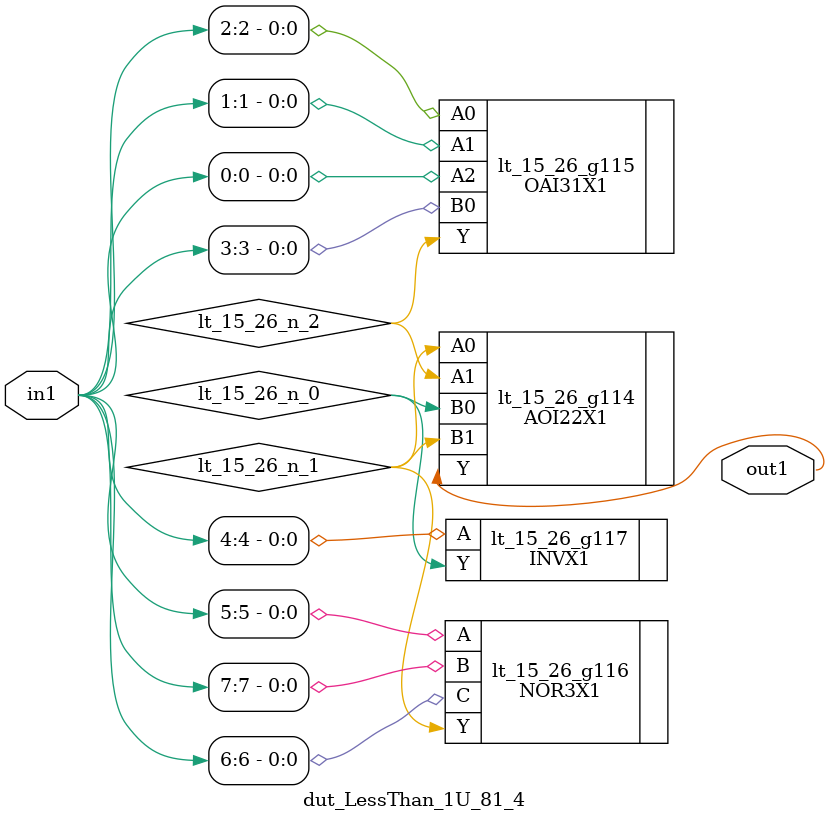
<source format=v>
`timescale 1ps / 1ps


module dut_LessThan_1U_81_4(in1, out1);
  input [7:0] in1;
  output out1;
  wire [7:0] in1;
  wire out1;
  wire lt_15_26_n_0, lt_15_26_n_1, lt_15_26_n_2;
  AOI22X1 lt_15_26_g114(.A0 (lt_15_26_n_1), .A1 (lt_15_26_n_2), .B0
       (lt_15_26_n_0), .B1 (lt_15_26_n_1), .Y (out1));
  OAI31X1 lt_15_26_g115(.A0 (in1[2]), .A1 (in1[1]), .A2 (in1[0]), .B0
       (in1[3]), .Y (lt_15_26_n_2));
  NOR3X1 lt_15_26_g116(.A (in1[5]), .B (in1[7]), .C (in1[6]), .Y
       (lt_15_26_n_1));
  INVX1 lt_15_26_g117(.A (in1[4]), .Y (lt_15_26_n_0));
endmodule



</source>
